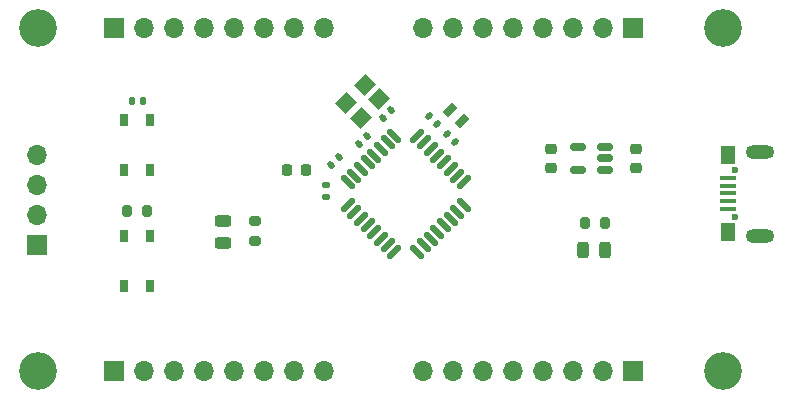
<source format=gts>
G04 #@! TF.GenerationSoftware,KiCad,Pcbnew,(6.0.7-1)-1*
G04 #@! TF.CreationDate,2023-06-08T21:11:32-04:00*
G04 #@! TF.ProjectId,stm8l151k6t6_board,73746d38-6c31-4353-916b-3674365f626f,rev?*
G04 #@! TF.SameCoordinates,Original*
G04 #@! TF.FileFunction,Soldermask,Top*
G04 #@! TF.FilePolarity,Negative*
%FSLAX46Y46*%
G04 Gerber Fmt 4.6, Leading zero omitted, Abs format (unit mm)*
G04 Created by KiCad (PCBNEW (6.0.7-1)-1) date 2023-06-08 21:11:32*
%MOMM*%
%LPD*%
G01*
G04 APERTURE LIST*
G04 Aperture macros list*
%AMRoundRect*
0 Rectangle with rounded corners*
0 $1 Rounding radius*
0 $2 $3 $4 $5 $6 $7 $8 $9 X,Y pos of 4 corners*
0 Add a 4 corners polygon primitive as box body*
4,1,4,$2,$3,$4,$5,$6,$7,$8,$9,$2,$3,0*
0 Add four circle primitives for the rounded corners*
1,1,$1+$1,$2,$3*
1,1,$1+$1,$4,$5*
1,1,$1+$1,$6,$7*
1,1,$1+$1,$8,$9*
0 Add four rect primitives between the rounded corners*
20,1,$1+$1,$2,$3,$4,$5,0*
20,1,$1+$1,$4,$5,$6,$7,0*
20,1,$1+$1,$6,$7,$8,$9,0*
20,1,$1+$1,$8,$9,$2,$3,0*%
%AMRotRect*
0 Rectangle, with rotation*
0 The origin of the aperture is its center*
0 $1 length*
0 $2 width*
0 $3 Rotation angle, in degrees counterclockwise*
0 Add horizontal line*
21,1,$1,$2,0,0,$3*%
G04 Aperture macros list end*
%ADD10RoundRect,0.140000X-0.219203X-0.021213X-0.021213X-0.219203X0.219203X0.021213X0.021213X0.219203X0*%
%ADD11R,1.700000X1.700000*%
%ADD12O,1.700000X1.700000*%
%ADD13C,3.200000*%
%ADD14RoundRect,0.150000X0.512500X0.150000X-0.512500X0.150000X-0.512500X-0.150000X0.512500X-0.150000X0*%
%ADD15RoundRect,0.225000X0.225000X0.250000X-0.225000X0.250000X-0.225000X-0.250000X0.225000X-0.250000X0*%
%ADD16RotRect,1.400000X1.200000X225.000000*%
%ADD17RoundRect,0.140000X-0.140000X-0.170000X0.140000X-0.170000X0.140000X0.170000X-0.140000X0.170000X0*%
%ADD18RoundRect,0.140000X0.021213X-0.219203X0.219203X-0.021213X-0.021213X0.219203X-0.219203X0.021213X0*%
%ADD19RoundRect,0.200000X-0.200000X-0.275000X0.200000X-0.275000X0.200000X0.275000X-0.200000X0.275000X0*%
%ADD20RoundRect,0.200000X-0.275000X0.200000X-0.275000X-0.200000X0.275000X-0.200000X0.275000X0.200000X0*%
%ADD21C,0.600000*%
%ADD22R,1.350013X0.400000*%
%ADD23R,1.199898X1.600000*%
%ADD24O,2.400000X1.200000*%
%ADD25RoundRect,0.125000X-0.530330X0.353553X0.353553X-0.530330X0.530330X-0.353553X-0.353553X0.530330X0*%
%ADD26RoundRect,0.125000X-0.530330X-0.353553X-0.353553X-0.530330X0.530330X0.353553X0.353553X0.530330X0*%
%ADD27RoundRect,0.225000X0.250000X-0.225000X0.250000X0.225000X-0.250000X0.225000X-0.250000X-0.225000X0*%
%ADD28RoundRect,0.140000X0.219203X0.021213X0.021213X0.219203X-0.219203X-0.021213X-0.021213X-0.219203X0*%
%ADD29R,0.700000X1.050013*%
%ADD30RoundRect,0.243750X-0.243750X-0.456250X0.243750X-0.456250X0.243750X0.456250X-0.243750X0.456250X0*%
%ADD31RotRect,0.600000X1.100000X135.000000*%
%ADD32RoundRect,0.140000X-0.170000X0.140000X-0.170000X-0.140000X0.170000X-0.140000X0.170000X0.140000X0*%
%ADD33RoundRect,0.225000X-0.250000X0.225000X-0.250000X-0.225000X0.250000X-0.225000X0.250000X0.225000X0*%
%ADD34RoundRect,0.140000X-0.021213X0.219203X-0.219203X0.021213X0.021213X-0.219203X0.219203X-0.021213X0*%
%ADD35RoundRect,0.243750X-0.456250X0.243750X-0.456250X-0.243750X0.456250X-0.243750X0.456250X0.243750X0*%
G04 APERTURE END LIST*
D10*
X131860589Y-93660589D03*
X132539411Y-94339411D03*
D11*
X147614986Y-84730672D03*
D12*
X145074986Y-84730672D03*
X142534986Y-84730672D03*
X139994986Y-84730672D03*
X137454986Y-84730672D03*
X134914986Y-84730672D03*
X132374986Y-84730672D03*
X129834986Y-84730672D03*
D13*
X97200000Y-113700000D03*
D14*
X145252486Y-96680672D03*
X145252486Y-95730672D03*
X145252486Y-94780672D03*
X142977486Y-94780672D03*
X142977486Y-96680672D03*
D15*
X119889986Y-96730672D03*
X118339986Y-96730672D03*
D16*
X124876777Y-89521142D03*
X123321142Y-91076777D03*
X124523223Y-92278858D03*
X126078858Y-90723223D03*
D17*
X105134986Y-90850000D03*
X106094986Y-90850000D03*
D18*
X122025575Y-96270083D03*
X122704397Y-95591261D03*
D19*
X104789986Y-100150000D03*
X106439986Y-100150000D03*
D20*
X115614986Y-101048172D03*
X115614986Y-102698172D03*
D21*
X156209373Y-100730672D03*
X156209373Y-96730672D03*
D22*
X155674956Y-100000675D03*
X155674956Y-99350433D03*
X155674956Y-98700192D03*
X155674956Y-98049951D03*
X155674956Y-97399709D03*
D23*
X155600026Y-101980608D03*
X155600026Y-95480736D03*
D24*
X158350090Y-102305729D03*
X158350090Y-95155615D03*
D18*
X126460589Y-92339411D03*
X127139411Y-91660589D03*
D11*
X147614986Y-113730672D03*
D12*
X145074986Y-113730672D03*
X142534986Y-113730672D03*
X139994986Y-113730672D03*
X137454986Y-113730672D03*
X134914986Y-113730672D03*
X132374986Y-113730672D03*
X129834986Y-113730672D03*
D13*
X155200000Y-84730672D03*
D25*
X127392714Y-93798602D03*
X126827029Y-94364288D03*
X126261343Y-94929973D03*
X125695658Y-95495658D03*
X125129972Y-96061344D03*
X124564287Y-96627029D03*
X123998602Y-97192715D03*
X123432916Y-97758400D03*
D26*
X123432916Y-99702944D03*
X123998602Y-100268629D03*
X124564287Y-100834315D03*
X125129972Y-101400000D03*
X125695658Y-101965686D03*
X126261343Y-102531371D03*
X126827029Y-103097056D03*
X127392714Y-103662742D03*
D25*
X129337258Y-103662742D03*
X129902943Y-103097056D03*
X130468629Y-102531371D03*
X131034314Y-101965686D03*
X131600000Y-101400000D03*
X132165685Y-100834315D03*
X132731370Y-100268629D03*
X133297056Y-99702944D03*
D26*
X133297056Y-97758400D03*
X132731370Y-97192715D03*
X132165685Y-96627029D03*
X131600000Y-96061344D03*
X131034314Y-95495658D03*
X130468629Y-94929973D03*
X129902943Y-94364288D03*
X129337258Y-93798602D03*
D27*
X140614986Y-96505672D03*
X140614986Y-94955672D03*
D28*
X131039411Y-92839411D03*
X130360589Y-92160589D03*
D29*
X104540056Y-106500076D03*
X104540056Y-102299924D03*
X106689916Y-106500076D03*
X106689916Y-102299924D03*
D30*
X143364986Y-103480672D03*
X145239986Y-103480672D03*
D31*
X133094975Y-92594975D03*
X132105025Y-91605025D03*
D32*
X121614986Y-98000672D03*
X121614986Y-98960672D03*
D33*
X147864986Y-94955672D03*
X147864986Y-96505672D03*
D13*
X155200000Y-113700000D03*
X97200000Y-84700000D03*
D19*
X143539986Y-101230672D03*
X145189986Y-101230672D03*
D11*
X103614986Y-84730672D03*
D12*
X106154986Y-84730672D03*
X108694986Y-84730672D03*
X111234986Y-84730672D03*
X113774986Y-84730672D03*
X116314986Y-84730672D03*
X118854986Y-84730672D03*
X121394986Y-84730672D03*
D11*
X103614986Y-113730672D03*
D12*
X106154986Y-113730672D03*
X108694986Y-113730672D03*
X111234986Y-113730672D03*
X113774986Y-113730672D03*
X116314986Y-113730672D03*
X118854986Y-113730672D03*
X121394986Y-113730672D03*
D29*
X106689916Y-92499924D03*
X106689916Y-96700076D03*
X104540056Y-92499924D03*
X104540056Y-96700076D03*
D11*
X97114986Y-103070672D03*
D12*
X97114986Y-100530672D03*
X97114986Y-97990672D03*
X97114986Y-95450672D03*
D34*
X125039411Y-93860589D03*
X124360589Y-94539411D03*
D35*
X112864986Y-101043172D03*
X112864986Y-102918172D03*
M02*

</source>
